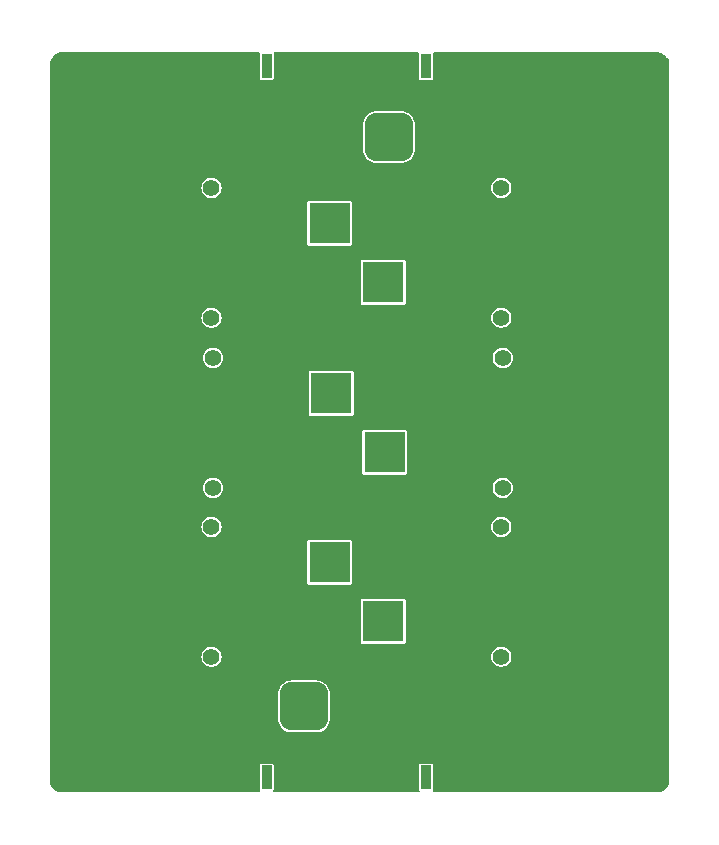
<source format=gbr>
%TF.GenerationSoftware,KiCad,Pcbnew,8.0.4*%
%TF.CreationDate,2024-10-15T19:46:00+02:00*%
%TF.ProjectId,power_hat,706f7765-725f-4686-9174-2e6b69636164,rev?*%
%TF.SameCoordinates,Original*%
%TF.FileFunction,Copper,L2,Bot*%
%TF.FilePolarity,Positive*%
%FSLAX46Y46*%
G04 Gerber Fmt 4.6, Leading zero omitted, Abs format (unit mm)*
G04 Created by KiCad (PCBNEW 8.0.4) date 2024-10-15 19:46:00*
%MOMM*%
%LPD*%
G01*
G04 APERTURE LIST*
G04 Aperture macros list*
%AMRoundRect*
0 Rectangle with rounded corners*
0 $1 Rounding radius*
0 $2 $3 $4 $5 $6 $7 $8 $9 X,Y pos of 4 corners*
0 Add a 4 corners polygon primitive as box body*
4,1,4,$2,$3,$4,$5,$6,$7,$8,$9,$2,$3,0*
0 Add four circle primitives for the rounded corners*
1,1,$1+$1,$2,$3*
1,1,$1+$1,$4,$5*
1,1,$1+$1,$6,$7*
1,1,$1+$1,$8,$9*
0 Add four rect primitives between the rounded corners*
20,1,$1+$1,$2,$3,$4,$5,0*
20,1,$1+$1,$4,$5,$6,$7,0*
20,1,$1+$1,$6,$7,$8,$9,0*
20,1,$1+$1,$8,$9,$2,$3,0*%
G04 Aperture macros list end*
%TA.AperFunction,ComponentPad*%
%ADD10C,1.400000*%
%TD*%
%TA.AperFunction,ComponentPad*%
%ADD11R,3.500000X3.500000*%
%TD*%
%TA.AperFunction,ComponentPad*%
%ADD12C,3.500000*%
%TD*%
%TA.AperFunction,ComponentPad*%
%ADD13C,0.700000*%
%TD*%
%TA.AperFunction,ComponentPad*%
%ADD14C,4.400000*%
%TD*%
%TA.AperFunction,ComponentPad*%
%ADD15R,0.900000X2.000000*%
%TD*%
%TA.AperFunction,ComponentPad*%
%ADD16RoundRect,1.025000X1.025000X1.025000X-1.025000X1.025000X-1.025000X-1.025000X1.025000X-1.025000X0*%
%TD*%
%TA.AperFunction,ComponentPad*%
%ADD17C,4.100000*%
%TD*%
%TA.AperFunction,ComponentPad*%
%ADD18RoundRect,1.025000X-1.025000X-1.025000X1.025000X-1.025000X1.025000X1.025000X-1.025000X1.025000X0*%
%TD*%
%TA.AperFunction,ViaPad*%
%ADD19C,5.500000*%
%TD*%
G04 APERTURE END LIST*
D10*
%TO.P,J3,*%
%TO.N,*%
X125218750Y-98225002D03*
X125218750Y-87225002D03*
D11*
%TO.P,J3,1,Pin_1*%
%TO.N,VCC*%
X135218750Y-90225002D03*
D12*
%TO.P,J3,2,Pin_2*%
%TO.N,GND*%
X135218750Y-95225002D03*
%TD*%
D13*
%TO.P,H2,1,1*%
%TO.N,GND*%
X159275000Y-64125000D03*
X159758274Y-62958274D03*
X159758274Y-65291726D03*
X160925000Y-62475000D03*
D14*
X160925000Y-64125000D03*
D13*
X160925000Y-65775000D03*
X162091726Y-62958274D03*
X162091726Y-65291726D03*
X162575000Y-64125000D03*
%TD*%
D15*
%TO.P,J7,*%
%TO.N,*%
X143250000Y-122725000D03*
X129750000Y-122725000D03*
D16*
%TO.P,J7,1,Pin_1*%
%TO.N,VCC*%
X132900000Y-116725000D03*
D17*
%TO.P,J7,2,Pin_2*%
%TO.N,GND*%
X140100000Y-116725000D03*
%TD*%
D10*
%TO.P,J2,*%
%TO.N,*%
X149625000Y-72825001D03*
X149625000Y-83825001D03*
D11*
%TO.P,J2,1,Pin_1*%
%TO.N,VCC*%
X139625000Y-80825001D03*
D12*
%TO.P,J2,2,Pin_2*%
%TO.N,GND*%
X139625000Y-75825001D03*
%TD*%
D13*
%TO.P,H4,1,1*%
%TO.N,GND*%
X113050000Y-121100000D03*
X113533274Y-119933274D03*
X113533274Y-122266726D03*
X114700000Y-119450000D03*
D14*
X114700000Y-121100000D03*
D13*
X114700000Y-122750000D03*
X115866726Y-119933274D03*
X115866726Y-122266726D03*
X116350000Y-121100000D03*
%TD*%
D10*
%TO.P,J6,*%
%TO.N,*%
X125075000Y-112525001D03*
X125075000Y-101525001D03*
D11*
%TO.P,J6,1,Pin_1*%
%TO.N,VCC*%
X135075000Y-104525001D03*
D12*
%TO.P,J6,2,Pin_2*%
%TO.N,GND*%
X135075000Y-109525001D03*
%TD*%
D10*
%TO.P,J8,*%
%TO.N,*%
X149625000Y-101525001D03*
X149625000Y-112525001D03*
D11*
%TO.P,J8,1,Pin_1*%
%TO.N,VCC*%
X139625000Y-109525001D03*
D12*
%TO.P,J8,2,Pin_2*%
%TO.N,GND*%
X139625000Y-104525001D03*
%TD*%
D10*
%TO.P,J4,*%
%TO.N,*%
X149731250Y-87225001D03*
X149731250Y-98225001D03*
D11*
%TO.P,J4,1,Pin_1*%
%TO.N,VCC*%
X139731250Y-95225001D03*
D12*
%TO.P,J4,2,Pin_2*%
%TO.N,GND*%
X139731250Y-90225001D03*
%TD*%
D13*
%TO.P,H1,1,1*%
%TO.N,GND*%
X113050000Y-64125000D03*
X113533274Y-62958274D03*
X113533274Y-65291726D03*
X114700000Y-62475000D03*
D14*
X114700000Y-64125000D03*
D13*
X114700000Y-65775000D03*
X115866726Y-62958274D03*
X115866726Y-65291726D03*
X116350000Y-64125000D03*
%TD*%
D10*
%TO.P,J1,*%
%TO.N,*%
X125075000Y-83825001D03*
X125075000Y-72825001D03*
D11*
%TO.P,J1,1,Pin_1*%
%TO.N,VCC*%
X135075000Y-75825001D03*
D12*
%TO.P,J1,2,Pin_2*%
%TO.N,GND*%
X135075000Y-80825001D03*
%TD*%
D15*
%TO.P,J5,*%
%TO.N,*%
X129750000Y-62525000D03*
X143250000Y-62525000D03*
D18*
%TO.P,J5,1,Pin_1*%
%TO.N,VCC*%
X140100000Y-68525000D03*
D17*
%TO.P,J5,2,Pin_2*%
%TO.N,GND*%
X132900000Y-68525000D03*
%TD*%
D13*
%TO.P,H3,1,1*%
%TO.N,GND*%
X158900000Y-121100000D03*
X159383274Y-119933274D03*
X159383274Y-122266726D03*
X160550000Y-119450000D03*
D14*
X160550000Y-121100000D03*
D13*
X160550000Y-122750000D03*
X161716726Y-119933274D03*
X161716726Y-122266726D03*
X162200000Y-121100000D03*
%TD*%
D19*
%TO.N,GND*%
X114675000Y-110250000D03*
X160850000Y-110250000D03*
X114675000Y-81550000D03*
X160850000Y-89500001D03*
X160850000Y-103800000D03*
X160850000Y-95950001D03*
X114675000Y-89500001D03*
X114675000Y-95950001D03*
X114675000Y-75100000D03*
X160850000Y-81550000D03*
X160850000Y-75100000D03*
X114675000Y-103800000D03*
%TD*%
%TA.AperFunction,Conductor*%
%TO.N,GND*%
G36*
X129102180Y-61345185D02*
G01*
X129147935Y-61397989D01*
X129157879Y-61467147D01*
X129156758Y-61473693D01*
X129155705Y-61478989D01*
X129149500Y-61510180D01*
X129149500Y-63539820D01*
X129149500Y-63539822D01*
X129149499Y-63539822D01*
X129158231Y-63583717D01*
X129158232Y-63583721D01*
X129158233Y-63583722D01*
X129191496Y-63633504D01*
X129241278Y-63666767D01*
X129241281Y-63666767D01*
X129241282Y-63666768D01*
X129285177Y-63675500D01*
X129285180Y-63675500D01*
X130214822Y-63675500D01*
X130258717Y-63666768D01*
X130258717Y-63666767D01*
X130258722Y-63666767D01*
X130308504Y-63633504D01*
X130341767Y-63583722D01*
X130350500Y-63539820D01*
X130350500Y-61510180D01*
X130344295Y-61478989D01*
X130343242Y-61473693D01*
X130349469Y-61404101D01*
X130392331Y-61348923D01*
X130458220Y-61325678D01*
X130464859Y-61325500D01*
X142535141Y-61325500D01*
X142602180Y-61345185D01*
X142647935Y-61397989D01*
X142657879Y-61467147D01*
X142656758Y-61473693D01*
X142655705Y-61478989D01*
X142649500Y-61510180D01*
X142649500Y-63539820D01*
X142649500Y-63539822D01*
X142649499Y-63539822D01*
X142658231Y-63583717D01*
X142658232Y-63583721D01*
X142658233Y-63583722D01*
X142691496Y-63633504D01*
X142741278Y-63666767D01*
X142741281Y-63666767D01*
X142741282Y-63666768D01*
X142785177Y-63675500D01*
X142785180Y-63675500D01*
X143714822Y-63675500D01*
X143758717Y-63666768D01*
X143758717Y-63666767D01*
X143758722Y-63666767D01*
X143808504Y-63633504D01*
X143841767Y-63583722D01*
X143850500Y-63539820D01*
X143850500Y-61510180D01*
X143844295Y-61478989D01*
X143843242Y-61473693D01*
X143849469Y-61404101D01*
X143892331Y-61348923D01*
X143958220Y-61325678D01*
X143964859Y-61325500D01*
X162644272Y-61325500D01*
X162658630Y-61327384D01*
X162658713Y-61326590D01*
X162668416Y-61327601D01*
X162668423Y-61327603D01*
X162703964Y-61325713D01*
X162704685Y-61325675D01*
X162711268Y-61325500D01*
X162725032Y-61325500D01*
X162729632Y-61325585D01*
X162738160Y-61325901D01*
X162898622Y-61331859D01*
X162920763Y-61334694D01*
X163088293Y-61371725D01*
X163109585Y-61378493D01*
X163267749Y-61444988D01*
X163287479Y-61455467D01*
X163323505Y-61478989D01*
X163431132Y-61549260D01*
X163448664Y-61563110D01*
X163573161Y-61681167D01*
X163587923Y-61697940D01*
X163689207Y-61836415D01*
X163700720Y-61855565D01*
X163775510Y-62009971D01*
X163783399Y-62030876D01*
X163829267Y-62196202D01*
X163833276Y-62218183D01*
X163849222Y-62394493D01*
X163849726Y-62405662D01*
X163849726Y-62457803D01*
X163849727Y-62457816D01*
X163849727Y-122924979D01*
X163849255Y-122935787D01*
X163834572Y-123103606D01*
X163830819Y-123124892D01*
X163787947Y-123284888D01*
X163780553Y-123305200D01*
X163710553Y-123455310D01*
X163699746Y-123474029D01*
X163604744Y-123609701D01*
X163590849Y-123626260D01*
X163473719Y-123743383D01*
X163457160Y-123757276D01*
X163321481Y-123852273D01*
X163302762Y-123863080D01*
X163152645Y-123933074D01*
X163132332Y-123940466D01*
X162972344Y-123983327D01*
X162951058Y-123987080D01*
X162779838Y-124002052D01*
X162769029Y-124002523D01*
X162717683Y-124002520D01*
X162717633Y-124002524D01*
X143927556Y-124002524D01*
X143860517Y-123982839D01*
X143814762Y-123930035D01*
X143804818Y-123860877D01*
X143824453Y-123809634D01*
X143841767Y-123783722D01*
X143841768Y-123783717D01*
X143850500Y-123739822D01*
X143850500Y-121710177D01*
X143841768Y-121666282D01*
X143841767Y-121666281D01*
X143841767Y-121666278D01*
X143808504Y-121616496D01*
X143808503Y-121616495D01*
X143758724Y-121583234D01*
X143758717Y-121583231D01*
X143714822Y-121574500D01*
X143714820Y-121574500D01*
X142785180Y-121574500D01*
X142785178Y-121574500D01*
X142741282Y-121583231D01*
X142741275Y-121583234D01*
X142691496Y-121616495D01*
X142691495Y-121616496D01*
X142658234Y-121666275D01*
X142658231Y-121666282D01*
X142649500Y-121710177D01*
X142649500Y-121710180D01*
X142649500Y-123739820D01*
X142649500Y-123739822D01*
X142649499Y-123739822D01*
X142658231Y-123783717D01*
X142658232Y-123783720D01*
X142675547Y-123809634D01*
X142696424Y-123876312D01*
X142677939Y-123943692D01*
X142625959Y-123990382D01*
X142572444Y-124002524D01*
X130427556Y-124002524D01*
X130360517Y-123982839D01*
X130314762Y-123930035D01*
X130304818Y-123860877D01*
X130324453Y-123809634D01*
X130341767Y-123783722D01*
X130341768Y-123783717D01*
X130350500Y-123739822D01*
X130350500Y-121710177D01*
X130341768Y-121666282D01*
X130341767Y-121666281D01*
X130341767Y-121666278D01*
X130308504Y-121616496D01*
X130308503Y-121616495D01*
X130258724Y-121583234D01*
X130258717Y-121583231D01*
X130214822Y-121574500D01*
X130214820Y-121574500D01*
X129285180Y-121574500D01*
X129285178Y-121574500D01*
X129241282Y-121583231D01*
X129241275Y-121583234D01*
X129191496Y-121616495D01*
X129191495Y-121616496D01*
X129158234Y-121666275D01*
X129158231Y-121666282D01*
X129149500Y-121710177D01*
X129149500Y-121710180D01*
X129149500Y-123739820D01*
X129149500Y-123739822D01*
X129149499Y-123739822D01*
X129158231Y-123783717D01*
X129158232Y-123783720D01*
X129175547Y-123809634D01*
X129196424Y-123876312D01*
X129177939Y-123943692D01*
X129125959Y-123990382D01*
X129072444Y-124002524D01*
X112455413Y-124002524D01*
X112444605Y-124002052D01*
X112274183Y-123987141D01*
X112252897Y-123983388D01*
X112092900Y-123940517D01*
X112072589Y-123933124D01*
X111922471Y-123863123D01*
X111903753Y-123852316D01*
X111768067Y-123757308D01*
X111751508Y-123743414D01*
X111634383Y-123626288D01*
X111620490Y-123609730D01*
X111525482Y-123474044D01*
X111514675Y-123455326D01*
X111444674Y-123305208D01*
X111437281Y-123284897D01*
X111437279Y-123284888D01*
X111394408Y-123124894D01*
X111390657Y-123103613D01*
X111390656Y-123103606D01*
X111375972Y-122935753D01*
X111375500Y-122924946D01*
X111375500Y-115627444D01*
X130699500Y-115627444D01*
X130699500Y-117822555D01*
X130705784Y-117913093D01*
X130705786Y-117913109D01*
X130755659Y-118125156D01*
X130755661Y-118125161D01*
X130755662Y-118125164D01*
X130843657Y-118324454D01*
X130944486Y-118471646D01*
X130966773Y-118504181D01*
X130966778Y-118504187D01*
X131120812Y-118658221D01*
X131120818Y-118658226D01*
X131300546Y-118781343D01*
X131499836Y-118869338D01*
X131499841Y-118869339D01*
X131499843Y-118869340D01*
X131711890Y-118919213D01*
X131711895Y-118919213D01*
X131711901Y-118919215D01*
X131762204Y-118922706D01*
X131802444Y-118925500D01*
X131802448Y-118925500D01*
X133997556Y-118925500D01*
X134033770Y-118922986D01*
X134088099Y-118919215D01*
X134088105Y-118919213D01*
X134088109Y-118919213D01*
X134300156Y-118869340D01*
X134300156Y-118869339D01*
X134300164Y-118869338D01*
X134499454Y-118781343D01*
X134679182Y-118658226D01*
X134833226Y-118504182D01*
X134956343Y-118324454D01*
X135044338Y-118125164D01*
X135094215Y-117913099D01*
X135100500Y-117822552D01*
X135100500Y-115627448D01*
X135094215Y-115536901D01*
X135094213Y-115536895D01*
X135094213Y-115536890D01*
X135044340Y-115324843D01*
X135044339Y-115324841D01*
X135044338Y-115324836D01*
X134956343Y-115125546D01*
X134833226Y-114945818D01*
X134833221Y-114945812D01*
X134679187Y-114791778D01*
X134679181Y-114791773D01*
X134646646Y-114769486D01*
X134499454Y-114668657D01*
X134300164Y-114580662D01*
X134300161Y-114580661D01*
X134300156Y-114580659D01*
X134088109Y-114530786D01*
X134088093Y-114530784D01*
X133997556Y-114524500D01*
X133997552Y-114524500D01*
X131802448Y-114524500D01*
X131802444Y-114524500D01*
X131711906Y-114530784D01*
X131711890Y-114530786D01*
X131499843Y-114580659D01*
X131499836Y-114580662D01*
X131300550Y-114668655D01*
X131300549Y-114668655D01*
X131300546Y-114668657D01*
X131224107Y-114721018D01*
X131120818Y-114791773D01*
X131120812Y-114791778D01*
X130966778Y-114945812D01*
X130966773Y-114945818D01*
X130896018Y-115049107D01*
X130843657Y-115125546D01*
X130843655Y-115125549D01*
X130843655Y-115125550D01*
X130755662Y-115324836D01*
X130755659Y-115324843D01*
X130705786Y-115536890D01*
X130705784Y-115536906D01*
X130699500Y-115627444D01*
X111375500Y-115627444D01*
X111375500Y-112525001D01*
X124219815Y-112525001D01*
X124238503Y-112702806D01*
X124238504Y-112702808D01*
X124293747Y-112872830D01*
X124293750Y-112872836D01*
X124383141Y-113027666D01*
X124424812Y-113073947D01*
X124502764Y-113160522D01*
X124502767Y-113160524D01*
X124502770Y-113160527D01*
X124647407Y-113265613D01*
X124810733Y-113338330D01*
X124985609Y-113375501D01*
X124985610Y-113375501D01*
X125164389Y-113375501D01*
X125164391Y-113375501D01*
X125339267Y-113338330D01*
X125502593Y-113265613D01*
X125647230Y-113160527D01*
X125766859Y-113027666D01*
X125856250Y-112872836D01*
X125911497Y-112702804D01*
X125930185Y-112525001D01*
X148769815Y-112525001D01*
X148788503Y-112702806D01*
X148788504Y-112702808D01*
X148843747Y-112872830D01*
X148843750Y-112872836D01*
X148933141Y-113027666D01*
X148974812Y-113073947D01*
X149052764Y-113160522D01*
X149052767Y-113160524D01*
X149052770Y-113160527D01*
X149197407Y-113265613D01*
X149360733Y-113338330D01*
X149535609Y-113375501D01*
X149535610Y-113375501D01*
X149714389Y-113375501D01*
X149714391Y-113375501D01*
X149889267Y-113338330D01*
X150052593Y-113265613D01*
X150197230Y-113160527D01*
X150316859Y-113027666D01*
X150406250Y-112872836D01*
X150461497Y-112702804D01*
X150480185Y-112525001D01*
X150461497Y-112347198D01*
X150406250Y-112177166D01*
X150316859Y-112022336D01*
X150270003Y-111970297D01*
X150197235Y-111889479D01*
X150197232Y-111889477D01*
X150197231Y-111889476D01*
X150197230Y-111889475D01*
X150052593Y-111784389D01*
X149889267Y-111711672D01*
X149889265Y-111711671D01*
X149761594Y-111684534D01*
X149714391Y-111674501D01*
X149535609Y-111674501D01*
X149504954Y-111681016D01*
X149360733Y-111711671D01*
X149360728Y-111711673D01*
X149197408Y-111784388D01*
X149052768Y-111889476D01*
X148933140Y-112022337D01*
X148843750Y-112177165D01*
X148843747Y-112177171D01*
X148788504Y-112347193D01*
X148788503Y-112347195D01*
X148769815Y-112525001D01*
X125930185Y-112525001D01*
X125911497Y-112347198D01*
X125856250Y-112177166D01*
X125766859Y-112022336D01*
X125720003Y-111970297D01*
X125647235Y-111889479D01*
X125647232Y-111889477D01*
X125647231Y-111889476D01*
X125647230Y-111889475D01*
X125502593Y-111784389D01*
X125339267Y-111711672D01*
X125339265Y-111711671D01*
X125211594Y-111684534D01*
X125164391Y-111674501D01*
X124985609Y-111674501D01*
X124954954Y-111681016D01*
X124810733Y-111711671D01*
X124810728Y-111711673D01*
X124647408Y-111784388D01*
X124502768Y-111889476D01*
X124383140Y-112022337D01*
X124293750Y-112177165D01*
X124293747Y-112177171D01*
X124238504Y-112347193D01*
X124238503Y-112347195D01*
X124219815Y-112525001D01*
X111375500Y-112525001D01*
X111375500Y-111289823D01*
X137724499Y-111289823D01*
X137733231Y-111333718D01*
X137733232Y-111333722D01*
X137733233Y-111333723D01*
X137766496Y-111383505D01*
X137816278Y-111416768D01*
X137816281Y-111416768D01*
X137816282Y-111416769D01*
X137860177Y-111425501D01*
X137860180Y-111425501D01*
X141389822Y-111425501D01*
X141433717Y-111416769D01*
X141433717Y-111416768D01*
X141433722Y-111416768D01*
X141483504Y-111383505D01*
X141516767Y-111333723D01*
X141525500Y-111289821D01*
X141525500Y-107760181D01*
X141525500Y-107760178D01*
X141516768Y-107716283D01*
X141516767Y-107716282D01*
X141516767Y-107716279D01*
X141483504Y-107666497D01*
X141483503Y-107666496D01*
X141433724Y-107633235D01*
X141433717Y-107633232D01*
X141389822Y-107624501D01*
X141389820Y-107624501D01*
X137860180Y-107624501D01*
X137860178Y-107624501D01*
X137816282Y-107633232D01*
X137816275Y-107633235D01*
X137766496Y-107666496D01*
X137766495Y-107666497D01*
X137733234Y-107716276D01*
X137733231Y-107716283D01*
X137724500Y-107760178D01*
X137724500Y-107760181D01*
X137724500Y-111289821D01*
X137724500Y-111289823D01*
X137724499Y-111289823D01*
X111375500Y-111289823D01*
X111375500Y-106289823D01*
X133174499Y-106289823D01*
X133183231Y-106333718D01*
X133183232Y-106333722D01*
X133183233Y-106333723D01*
X133216496Y-106383505D01*
X133266278Y-106416768D01*
X133266281Y-106416768D01*
X133266282Y-106416769D01*
X133310177Y-106425501D01*
X133310180Y-106425501D01*
X136839822Y-106425501D01*
X136883717Y-106416769D01*
X136883717Y-106416768D01*
X136883722Y-106416768D01*
X136933504Y-106383505D01*
X136966767Y-106333723D01*
X136975500Y-106289821D01*
X136975500Y-102760181D01*
X136975500Y-102760178D01*
X136966768Y-102716283D01*
X136966767Y-102716282D01*
X136966767Y-102716279D01*
X136933504Y-102666497D01*
X136933503Y-102666496D01*
X136883724Y-102633235D01*
X136883717Y-102633232D01*
X136839822Y-102624501D01*
X136839820Y-102624501D01*
X133310180Y-102624501D01*
X133310178Y-102624501D01*
X133266282Y-102633232D01*
X133266275Y-102633235D01*
X133216496Y-102666496D01*
X133216495Y-102666497D01*
X133183234Y-102716276D01*
X133183231Y-102716283D01*
X133174500Y-102760178D01*
X133174500Y-102760181D01*
X133174500Y-106289821D01*
X133174500Y-106289823D01*
X133174499Y-106289823D01*
X111375500Y-106289823D01*
X111375500Y-101525001D01*
X124219815Y-101525001D01*
X124238503Y-101702806D01*
X124238504Y-101702808D01*
X124293747Y-101872830D01*
X124293750Y-101872836D01*
X124383141Y-102027666D01*
X124424812Y-102073947D01*
X124502764Y-102160522D01*
X124502767Y-102160524D01*
X124502770Y-102160527D01*
X124647407Y-102265613D01*
X124810733Y-102338330D01*
X124985609Y-102375501D01*
X124985610Y-102375501D01*
X125164389Y-102375501D01*
X125164391Y-102375501D01*
X125339267Y-102338330D01*
X125502593Y-102265613D01*
X125647230Y-102160527D01*
X125766859Y-102027666D01*
X125856250Y-101872836D01*
X125911497Y-101702804D01*
X125930185Y-101525001D01*
X148769815Y-101525001D01*
X148788503Y-101702806D01*
X148788504Y-101702808D01*
X148843747Y-101872830D01*
X148843750Y-101872836D01*
X148933141Y-102027666D01*
X148974812Y-102073947D01*
X149052764Y-102160522D01*
X149052767Y-102160524D01*
X149052770Y-102160527D01*
X149197407Y-102265613D01*
X149360733Y-102338330D01*
X149535609Y-102375501D01*
X149535610Y-102375501D01*
X149714389Y-102375501D01*
X149714391Y-102375501D01*
X149889267Y-102338330D01*
X150052593Y-102265613D01*
X150197230Y-102160527D01*
X150316859Y-102027666D01*
X150406250Y-101872836D01*
X150461497Y-101702804D01*
X150480185Y-101525001D01*
X150461497Y-101347198D01*
X150406250Y-101177166D01*
X150316859Y-101022336D01*
X150270003Y-100970297D01*
X150197235Y-100889479D01*
X150197232Y-100889477D01*
X150197231Y-100889476D01*
X150197230Y-100889475D01*
X150052593Y-100784389D01*
X149889267Y-100711672D01*
X149889265Y-100711671D01*
X149761594Y-100684534D01*
X149714391Y-100674501D01*
X149535609Y-100674501D01*
X149504954Y-100681016D01*
X149360733Y-100711671D01*
X149360728Y-100711673D01*
X149197408Y-100784388D01*
X149052768Y-100889476D01*
X148933140Y-101022337D01*
X148843750Y-101177165D01*
X148843747Y-101177171D01*
X148788504Y-101347193D01*
X148788503Y-101347195D01*
X148769815Y-101525001D01*
X125930185Y-101525001D01*
X125911497Y-101347198D01*
X125856250Y-101177166D01*
X125766859Y-101022336D01*
X125720003Y-100970297D01*
X125647235Y-100889479D01*
X125647232Y-100889477D01*
X125647231Y-100889476D01*
X125647230Y-100889475D01*
X125502593Y-100784389D01*
X125339267Y-100711672D01*
X125339265Y-100711671D01*
X125211594Y-100684534D01*
X125164391Y-100674501D01*
X124985609Y-100674501D01*
X124954954Y-100681016D01*
X124810733Y-100711671D01*
X124810728Y-100711673D01*
X124647408Y-100784388D01*
X124502768Y-100889476D01*
X124383140Y-101022337D01*
X124293750Y-101177165D01*
X124293747Y-101177171D01*
X124238504Y-101347193D01*
X124238503Y-101347195D01*
X124219815Y-101525001D01*
X111375500Y-101525001D01*
X111375500Y-98225002D01*
X124363565Y-98225002D01*
X124382253Y-98402807D01*
X124382254Y-98402809D01*
X124437497Y-98572831D01*
X124437500Y-98572836D01*
X124437500Y-98572837D01*
X124526891Y-98727667D01*
X124568562Y-98773948D01*
X124646514Y-98860523D01*
X124646517Y-98860525D01*
X124646520Y-98860528D01*
X124791157Y-98965614D01*
X124954483Y-99038331D01*
X125129359Y-99075502D01*
X125129360Y-99075502D01*
X125308139Y-99075502D01*
X125308141Y-99075502D01*
X125483017Y-99038331D01*
X125646343Y-98965614D01*
X125790980Y-98860528D01*
X125790986Y-98860522D01*
X125816898Y-98831743D01*
X125910609Y-98727667D01*
X126000000Y-98572837D01*
X126055247Y-98402805D01*
X126073935Y-98225002D01*
X126073935Y-98225001D01*
X148876065Y-98225001D01*
X148894753Y-98402806D01*
X148894754Y-98402808D01*
X148949997Y-98572830D01*
X148949998Y-98572831D01*
X148950000Y-98572836D01*
X149039391Y-98727666D01*
X149081062Y-98773947D01*
X149159014Y-98860522D01*
X149159017Y-98860524D01*
X149159020Y-98860527D01*
X149303657Y-98965613D01*
X149466983Y-99038330D01*
X149641859Y-99075501D01*
X149641860Y-99075501D01*
X149820639Y-99075501D01*
X149820641Y-99075501D01*
X149995517Y-99038330D01*
X150158843Y-98965613D01*
X150303480Y-98860527D01*
X150423109Y-98727666D01*
X150512500Y-98572836D01*
X150567747Y-98402804D01*
X150586435Y-98225001D01*
X150567747Y-98047198D01*
X150512500Y-97877166D01*
X150423109Y-97722336D01*
X150376253Y-97670297D01*
X150303485Y-97589479D01*
X150303482Y-97589477D01*
X150303481Y-97589476D01*
X150303480Y-97589475D01*
X150158843Y-97484389D01*
X149995517Y-97411672D01*
X149995515Y-97411671D01*
X149867844Y-97384534D01*
X149820641Y-97374501D01*
X149641859Y-97374501D01*
X149611204Y-97381016D01*
X149466983Y-97411671D01*
X149466978Y-97411673D01*
X149303658Y-97484388D01*
X149159018Y-97589476D01*
X149039390Y-97722337D01*
X148950000Y-97877165D01*
X148949997Y-97877171D01*
X148894754Y-98047193D01*
X148894753Y-98047195D01*
X148876065Y-98225001D01*
X126073935Y-98225001D01*
X126055247Y-98047199D01*
X126000001Y-97877171D01*
X125999999Y-97877166D01*
X125910609Y-97722337D01*
X125863753Y-97670298D01*
X125790985Y-97589480D01*
X125790982Y-97589478D01*
X125790981Y-97589477D01*
X125790980Y-97589476D01*
X125646343Y-97484390D01*
X125483017Y-97411673D01*
X125483015Y-97411672D01*
X125355344Y-97384535D01*
X125308141Y-97374502D01*
X125129359Y-97374502D01*
X125098704Y-97381017D01*
X124954483Y-97411672D01*
X124954478Y-97411674D01*
X124791158Y-97484389D01*
X124646518Y-97589477D01*
X124526890Y-97722338D01*
X124437500Y-97877166D01*
X124437497Y-97877172D01*
X124382254Y-98047194D01*
X124382253Y-98047196D01*
X124363565Y-98225002D01*
X111375500Y-98225002D01*
X111375500Y-96989823D01*
X137830749Y-96989823D01*
X137839481Y-97033718D01*
X137839482Y-97033722D01*
X137839483Y-97033723D01*
X137872746Y-97083505D01*
X137922528Y-97116768D01*
X137922531Y-97116768D01*
X137922532Y-97116769D01*
X137966427Y-97125501D01*
X137966430Y-97125501D01*
X141496072Y-97125501D01*
X141539967Y-97116769D01*
X141539967Y-97116768D01*
X141539972Y-97116768D01*
X141589754Y-97083505D01*
X141623017Y-97033723D01*
X141631750Y-96989821D01*
X141631750Y-93460181D01*
X141631750Y-93460178D01*
X141623018Y-93416283D01*
X141623017Y-93416282D01*
X141623017Y-93416279D01*
X141589754Y-93366497D01*
X141589753Y-93366496D01*
X141539974Y-93333235D01*
X141539967Y-93333232D01*
X141496072Y-93324501D01*
X141496070Y-93324501D01*
X137966430Y-93324501D01*
X137966428Y-93324501D01*
X137922532Y-93333232D01*
X137922525Y-93333235D01*
X137872746Y-93366496D01*
X137872745Y-93366497D01*
X137839484Y-93416276D01*
X137839481Y-93416283D01*
X137830750Y-93460178D01*
X137830750Y-93460181D01*
X137830750Y-96989821D01*
X137830750Y-96989823D01*
X137830749Y-96989823D01*
X111375500Y-96989823D01*
X111375500Y-91989824D01*
X133318249Y-91989824D01*
X133326981Y-92033719D01*
X133326982Y-92033723D01*
X133326983Y-92033724D01*
X133360246Y-92083506D01*
X133410028Y-92116769D01*
X133410031Y-92116769D01*
X133410032Y-92116770D01*
X133453927Y-92125502D01*
X133453930Y-92125502D01*
X136983572Y-92125502D01*
X137027467Y-92116770D01*
X137027467Y-92116769D01*
X137027472Y-92116769D01*
X137077254Y-92083506D01*
X137110517Y-92033724D01*
X137119250Y-91989822D01*
X137119250Y-88460182D01*
X137119250Y-88460179D01*
X137110518Y-88416284D01*
X137110517Y-88416283D01*
X137110517Y-88416280D01*
X137077254Y-88366498D01*
X137077253Y-88366497D01*
X137027474Y-88333236D01*
X137027467Y-88333233D01*
X136983572Y-88324502D01*
X136983570Y-88324502D01*
X133453930Y-88324502D01*
X133453928Y-88324502D01*
X133410032Y-88333233D01*
X133410025Y-88333236D01*
X133360246Y-88366497D01*
X133360245Y-88366498D01*
X133326984Y-88416277D01*
X133326981Y-88416284D01*
X133318250Y-88460179D01*
X133318250Y-88460182D01*
X133318250Y-91989822D01*
X133318250Y-91989824D01*
X133318249Y-91989824D01*
X111375500Y-91989824D01*
X111375500Y-87225002D01*
X124363565Y-87225002D01*
X124382253Y-87402807D01*
X124382254Y-87402809D01*
X124437497Y-87572831D01*
X124437500Y-87572836D01*
X124437500Y-87572837D01*
X124526891Y-87727667D01*
X124568562Y-87773948D01*
X124646514Y-87860523D01*
X124646517Y-87860525D01*
X124646520Y-87860528D01*
X124791157Y-87965614D01*
X124954483Y-88038331D01*
X125129359Y-88075502D01*
X125129360Y-88075502D01*
X125308139Y-88075502D01*
X125308141Y-88075502D01*
X125483017Y-88038331D01*
X125646343Y-87965614D01*
X125790980Y-87860528D01*
X125790986Y-87860522D01*
X125816898Y-87831743D01*
X125910609Y-87727667D01*
X126000000Y-87572837D01*
X126055247Y-87402805D01*
X126073935Y-87225002D01*
X126073935Y-87225001D01*
X148876065Y-87225001D01*
X148894753Y-87402806D01*
X148894754Y-87402808D01*
X148949997Y-87572830D01*
X148949998Y-87572831D01*
X148950000Y-87572836D01*
X149039391Y-87727666D01*
X149081062Y-87773947D01*
X149159014Y-87860522D01*
X149159017Y-87860524D01*
X149159020Y-87860527D01*
X149303657Y-87965613D01*
X149466983Y-88038330D01*
X149641859Y-88075501D01*
X149641860Y-88075501D01*
X149820639Y-88075501D01*
X149820641Y-88075501D01*
X149995517Y-88038330D01*
X150158843Y-87965613D01*
X150303480Y-87860527D01*
X150423109Y-87727666D01*
X150512500Y-87572836D01*
X150567747Y-87402804D01*
X150586435Y-87225001D01*
X150567747Y-87047198D01*
X150512500Y-86877166D01*
X150423109Y-86722336D01*
X150376253Y-86670297D01*
X150303485Y-86589479D01*
X150303482Y-86589477D01*
X150303481Y-86589476D01*
X150303480Y-86589475D01*
X150158843Y-86484389D01*
X149995517Y-86411672D01*
X149995515Y-86411671D01*
X149867844Y-86384534D01*
X149820641Y-86374501D01*
X149641859Y-86374501D01*
X149611204Y-86381016D01*
X149466983Y-86411671D01*
X149466978Y-86411673D01*
X149303658Y-86484388D01*
X149159018Y-86589476D01*
X149039390Y-86722337D01*
X148950000Y-86877165D01*
X148949997Y-86877171D01*
X148894754Y-87047193D01*
X148894753Y-87047195D01*
X148876065Y-87225001D01*
X126073935Y-87225001D01*
X126055247Y-87047199D01*
X126000001Y-86877171D01*
X125999999Y-86877166D01*
X125910609Y-86722337D01*
X125863753Y-86670298D01*
X125790985Y-86589480D01*
X125790982Y-86589478D01*
X125790981Y-86589477D01*
X125790980Y-86589476D01*
X125646343Y-86484390D01*
X125483017Y-86411673D01*
X125483015Y-86411672D01*
X125355344Y-86384535D01*
X125308141Y-86374502D01*
X125129359Y-86374502D01*
X125098704Y-86381017D01*
X124954483Y-86411672D01*
X124954478Y-86411674D01*
X124791158Y-86484389D01*
X124646518Y-86589477D01*
X124526890Y-86722338D01*
X124437500Y-86877166D01*
X124437497Y-86877172D01*
X124382254Y-87047194D01*
X124382253Y-87047196D01*
X124363565Y-87225002D01*
X111375500Y-87225002D01*
X111375500Y-83825001D01*
X124219815Y-83825001D01*
X124238503Y-84002806D01*
X124238504Y-84002808D01*
X124293747Y-84172830D01*
X124293750Y-84172836D01*
X124383141Y-84327666D01*
X124424812Y-84373947D01*
X124502764Y-84460522D01*
X124502767Y-84460524D01*
X124502770Y-84460527D01*
X124647407Y-84565613D01*
X124810733Y-84638330D01*
X124985609Y-84675501D01*
X124985610Y-84675501D01*
X125164389Y-84675501D01*
X125164391Y-84675501D01*
X125339267Y-84638330D01*
X125502593Y-84565613D01*
X125647230Y-84460527D01*
X125766859Y-84327666D01*
X125856250Y-84172836D01*
X125911497Y-84002804D01*
X125930185Y-83825001D01*
X148769815Y-83825001D01*
X148788503Y-84002806D01*
X148788504Y-84002808D01*
X148843747Y-84172830D01*
X148843750Y-84172836D01*
X148933141Y-84327666D01*
X148974812Y-84373947D01*
X149052764Y-84460522D01*
X149052767Y-84460524D01*
X149052770Y-84460527D01*
X149197407Y-84565613D01*
X149360733Y-84638330D01*
X149535609Y-84675501D01*
X149535610Y-84675501D01*
X149714389Y-84675501D01*
X149714391Y-84675501D01*
X149889267Y-84638330D01*
X150052593Y-84565613D01*
X150197230Y-84460527D01*
X150316859Y-84327666D01*
X150406250Y-84172836D01*
X150461497Y-84002804D01*
X150480185Y-83825001D01*
X150461497Y-83647198D01*
X150406250Y-83477166D01*
X150316859Y-83322336D01*
X150270003Y-83270297D01*
X150197235Y-83189479D01*
X150197232Y-83189477D01*
X150197231Y-83189476D01*
X150197230Y-83189475D01*
X150052593Y-83084389D01*
X149889267Y-83011672D01*
X149889265Y-83011671D01*
X149761594Y-82984534D01*
X149714391Y-82974501D01*
X149535609Y-82974501D01*
X149504954Y-82981016D01*
X149360733Y-83011671D01*
X149360728Y-83011673D01*
X149197408Y-83084388D01*
X149052768Y-83189476D01*
X148933140Y-83322337D01*
X148843750Y-83477165D01*
X148843747Y-83477171D01*
X148788504Y-83647193D01*
X148788503Y-83647195D01*
X148769815Y-83825001D01*
X125930185Y-83825001D01*
X125911497Y-83647198D01*
X125856250Y-83477166D01*
X125766859Y-83322336D01*
X125720003Y-83270297D01*
X125647235Y-83189479D01*
X125647232Y-83189477D01*
X125647231Y-83189476D01*
X125647230Y-83189475D01*
X125502593Y-83084389D01*
X125339267Y-83011672D01*
X125339265Y-83011671D01*
X125211594Y-82984534D01*
X125164391Y-82974501D01*
X124985609Y-82974501D01*
X124954954Y-82981016D01*
X124810733Y-83011671D01*
X124810728Y-83011673D01*
X124647408Y-83084388D01*
X124502768Y-83189476D01*
X124383140Y-83322337D01*
X124293750Y-83477165D01*
X124293747Y-83477171D01*
X124238504Y-83647193D01*
X124238503Y-83647195D01*
X124219815Y-83825001D01*
X111375500Y-83825001D01*
X111375500Y-82589823D01*
X137724499Y-82589823D01*
X137733231Y-82633718D01*
X137733232Y-82633722D01*
X137733233Y-82633723D01*
X137766496Y-82683505D01*
X137816278Y-82716768D01*
X137816281Y-82716768D01*
X137816282Y-82716769D01*
X137860177Y-82725501D01*
X137860180Y-82725501D01*
X141389822Y-82725501D01*
X141433717Y-82716769D01*
X141433717Y-82716768D01*
X141433722Y-82716768D01*
X141483504Y-82683505D01*
X141516767Y-82633723D01*
X141525500Y-82589821D01*
X141525500Y-79060181D01*
X141525500Y-79060178D01*
X141516768Y-79016283D01*
X141516767Y-79016282D01*
X141516767Y-79016279D01*
X141483504Y-78966497D01*
X141483503Y-78966496D01*
X141433724Y-78933235D01*
X141433717Y-78933232D01*
X141389822Y-78924501D01*
X141389820Y-78924501D01*
X137860180Y-78924501D01*
X137860178Y-78924501D01*
X137816282Y-78933232D01*
X137816275Y-78933235D01*
X137766496Y-78966496D01*
X137766495Y-78966497D01*
X137733234Y-79016276D01*
X137733231Y-79016283D01*
X137724500Y-79060178D01*
X137724500Y-79060181D01*
X137724500Y-82589821D01*
X137724500Y-82589823D01*
X137724499Y-82589823D01*
X111375500Y-82589823D01*
X111375500Y-77589823D01*
X133174499Y-77589823D01*
X133183231Y-77633718D01*
X133183232Y-77633722D01*
X133183233Y-77633723D01*
X133216496Y-77683505D01*
X133266278Y-77716768D01*
X133266281Y-77716768D01*
X133266282Y-77716769D01*
X133310177Y-77725501D01*
X133310180Y-77725501D01*
X136839822Y-77725501D01*
X136883717Y-77716769D01*
X136883717Y-77716768D01*
X136883722Y-77716768D01*
X136933504Y-77683505D01*
X136966767Y-77633723D01*
X136975500Y-77589821D01*
X136975500Y-74060181D01*
X136975500Y-74060178D01*
X136966768Y-74016283D01*
X136966767Y-74016282D01*
X136966767Y-74016279D01*
X136933504Y-73966497D01*
X136933503Y-73966496D01*
X136883724Y-73933235D01*
X136883717Y-73933232D01*
X136839822Y-73924501D01*
X136839820Y-73924501D01*
X133310180Y-73924501D01*
X133310178Y-73924501D01*
X133266282Y-73933232D01*
X133266275Y-73933235D01*
X133216496Y-73966496D01*
X133216495Y-73966497D01*
X133183234Y-74016276D01*
X133183231Y-74016283D01*
X133174500Y-74060178D01*
X133174500Y-74060181D01*
X133174500Y-77589821D01*
X133174500Y-77589823D01*
X133174499Y-77589823D01*
X111375500Y-77589823D01*
X111375500Y-72825001D01*
X124219815Y-72825001D01*
X124238503Y-73002806D01*
X124238504Y-73002808D01*
X124293747Y-73172830D01*
X124293750Y-73172836D01*
X124383141Y-73327666D01*
X124424812Y-73373947D01*
X124502764Y-73460522D01*
X124502767Y-73460524D01*
X124502770Y-73460527D01*
X124647407Y-73565613D01*
X124810733Y-73638330D01*
X124985609Y-73675501D01*
X124985610Y-73675501D01*
X125164389Y-73675501D01*
X125164391Y-73675501D01*
X125339267Y-73638330D01*
X125502593Y-73565613D01*
X125647230Y-73460527D01*
X125766859Y-73327666D01*
X125856250Y-73172836D01*
X125911497Y-73002804D01*
X125930185Y-72825001D01*
X148769815Y-72825001D01*
X148788503Y-73002806D01*
X148788504Y-73002808D01*
X148843747Y-73172830D01*
X148843750Y-73172836D01*
X148933141Y-73327666D01*
X148974812Y-73373947D01*
X149052764Y-73460522D01*
X149052767Y-73460524D01*
X149052770Y-73460527D01*
X149197407Y-73565613D01*
X149360733Y-73638330D01*
X149535609Y-73675501D01*
X149535610Y-73675501D01*
X149714389Y-73675501D01*
X149714391Y-73675501D01*
X149889267Y-73638330D01*
X150052593Y-73565613D01*
X150197230Y-73460527D01*
X150316859Y-73327666D01*
X150406250Y-73172836D01*
X150461497Y-73002804D01*
X150480185Y-72825001D01*
X150461497Y-72647198D01*
X150406250Y-72477166D01*
X150316859Y-72322336D01*
X150270003Y-72270297D01*
X150197235Y-72189479D01*
X150197232Y-72189477D01*
X150197231Y-72189476D01*
X150197230Y-72189475D01*
X150052593Y-72084389D01*
X149889267Y-72011672D01*
X149889265Y-72011671D01*
X149761594Y-71984534D01*
X149714391Y-71974501D01*
X149535609Y-71974501D01*
X149504954Y-71981016D01*
X149360733Y-72011671D01*
X149360728Y-72011673D01*
X149197408Y-72084388D01*
X149052768Y-72189476D01*
X148933140Y-72322337D01*
X148843750Y-72477165D01*
X148843747Y-72477171D01*
X148788504Y-72647193D01*
X148788503Y-72647195D01*
X148769815Y-72825001D01*
X125930185Y-72825001D01*
X125911497Y-72647198D01*
X125856250Y-72477166D01*
X125766859Y-72322336D01*
X125720003Y-72270297D01*
X125647235Y-72189479D01*
X125647232Y-72189477D01*
X125647231Y-72189476D01*
X125647230Y-72189475D01*
X125502593Y-72084389D01*
X125339267Y-72011672D01*
X125339265Y-72011671D01*
X125211594Y-71984534D01*
X125164391Y-71974501D01*
X124985609Y-71974501D01*
X124954954Y-71981016D01*
X124810733Y-72011671D01*
X124810728Y-72011673D01*
X124647408Y-72084388D01*
X124502768Y-72189476D01*
X124383140Y-72322337D01*
X124293750Y-72477165D01*
X124293747Y-72477171D01*
X124238504Y-72647193D01*
X124238503Y-72647195D01*
X124219815Y-72825001D01*
X111375500Y-72825001D01*
X111375500Y-67427444D01*
X137899500Y-67427444D01*
X137899500Y-69622555D01*
X137905784Y-69713093D01*
X137905786Y-69713109D01*
X137955659Y-69925156D01*
X137955661Y-69925161D01*
X137955662Y-69925164D01*
X138043657Y-70124454D01*
X138144486Y-70271646D01*
X138166773Y-70304181D01*
X138166778Y-70304187D01*
X138320812Y-70458221D01*
X138320818Y-70458226D01*
X138500546Y-70581343D01*
X138699836Y-70669338D01*
X138699841Y-70669339D01*
X138699843Y-70669340D01*
X138911890Y-70719213D01*
X138911895Y-70719213D01*
X138911901Y-70719215D01*
X138962204Y-70722706D01*
X139002444Y-70725500D01*
X139002448Y-70725500D01*
X141197556Y-70725500D01*
X141233770Y-70722986D01*
X141288099Y-70719215D01*
X141288105Y-70719213D01*
X141288109Y-70719213D01*
X141500156Y-70669340D01*
X141500156Y-70669339D01*
X141500164Y-70669338D01*
X141699454Y-70581343D01*
X141879182Y-70458226D01*
X142033226Y-70304182D01*
X142156343Y-70124454D01*
X142244338Y-69925164D01*
X142294215Y-69713099D01*
X142300500Y-69622552D01*
X142300500Y-67427448D01*
X142294215Y-67336901D01*
X142294213Y-67336895D01*
X142294213Y-67336890D01*
X142244340Y-67124843D01*
X142244339Y-67124841D01*
X142244338Y-67124836D01*
X142156343Y-66925546D01*
X142033226Y-66745818D01*
X142033221Y-66745812D01*
X141879187Y-66591778D01*
X141879181Y-66591773D01*
X141846646Y-66569486D01*
X141699454Y-66468657D01*
X141500164Y-66380662D01*
X141500161Y-66380661D01*
X141500156Y-66380659D01*
X141288109Y-66330786D01*
X141288093Y-66330784D01*
X141197556Y-66324500D01*
X141197552Y-66324500D01*
X139002448Y-66324500D01*
X139002444Y-66324500D01*
X138911906Y-66330784D01*
X138911890Y-66330786D01*
X138699843Y-66380659D01*
X138699836Y-66380662D01*
X138500550Y-66468655D01*
X138500549Y-66468655D01*
X138500546Y-66468657D01*
X138424107Y-66521018D01*
X138320818Y-66591773D01*
X138320812Y-66591778D01*
X138166778Y-66745812D01*
X138166773Y-66745818D01*
X138096018Y-66849107D01*
X138043657Y-66925546D01*
X138043655Y-66925549D01*
X138043655Y-66925550D01*
X137955662Y-67124836D01*
X137955659Y-67124843D01*
X137905786Y-67336890D01*
X137905784Y-67336906D01*
X137899500Y-67427444D01*
X111375500Y-67427444D01*
X111375500Y-62436039D01*
X111376149Y-62423368D01*
X111388902Y-62299217D01*
X111393961Y-62249967D01*
X111397908Y-62229194D01*
X111443893Y-62065034D01*
X111451312Y-62045236D01*
X111463280Y-62020069D01*
X111524523Y-61891277D01*
X111535199Y-61873028D01*
X111633502Y-61733756D01*
X111647121Y-61717586D01*
X111767671Y-61597033D01*
X111783832Y-61583420D01*
X111923118Y-61485104D01*
X111941358Y-61474435D01*
X112095320Y-61401217D01*
X112115112Y-61393800D01*
X112279275Y-61347811D01*
X112300038Y-61343866D01*
X112472484Y-61326148D01*
X112485157Y-61325500D01*
X129035141Y-61325500D01*
X129102180Y-61345185D01*
G37*
%TD.AperFunction*%
%TD*%
M02*

</source>
